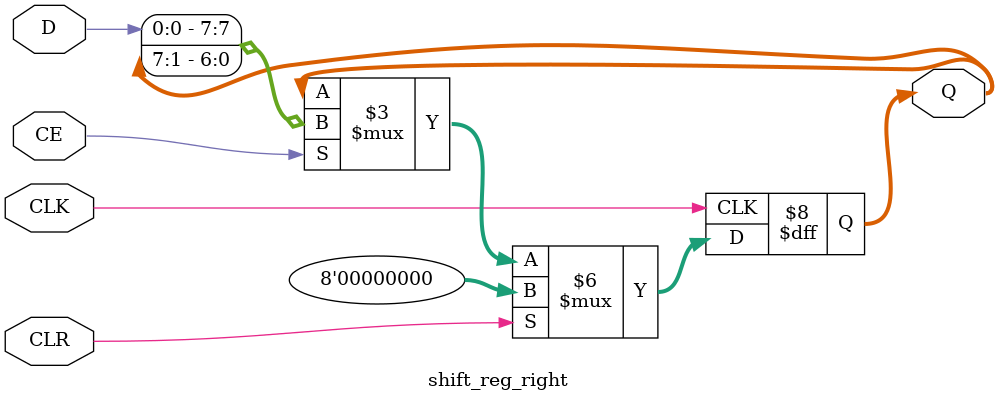
<source format=v>
module shift_reg_right #(
    parameter W = 8
)
(
    input               CLK,
    input               CE,
    input               CLR,
    input               D,
    output reg [W-1:0]  Q = 0
);

always @(posedge CLK)
    if (CLR)
        Q <= {W{1'd0}};
    else if(CE)
        Q <= {D,Q[W-1:1]};

endmodule
</source>
